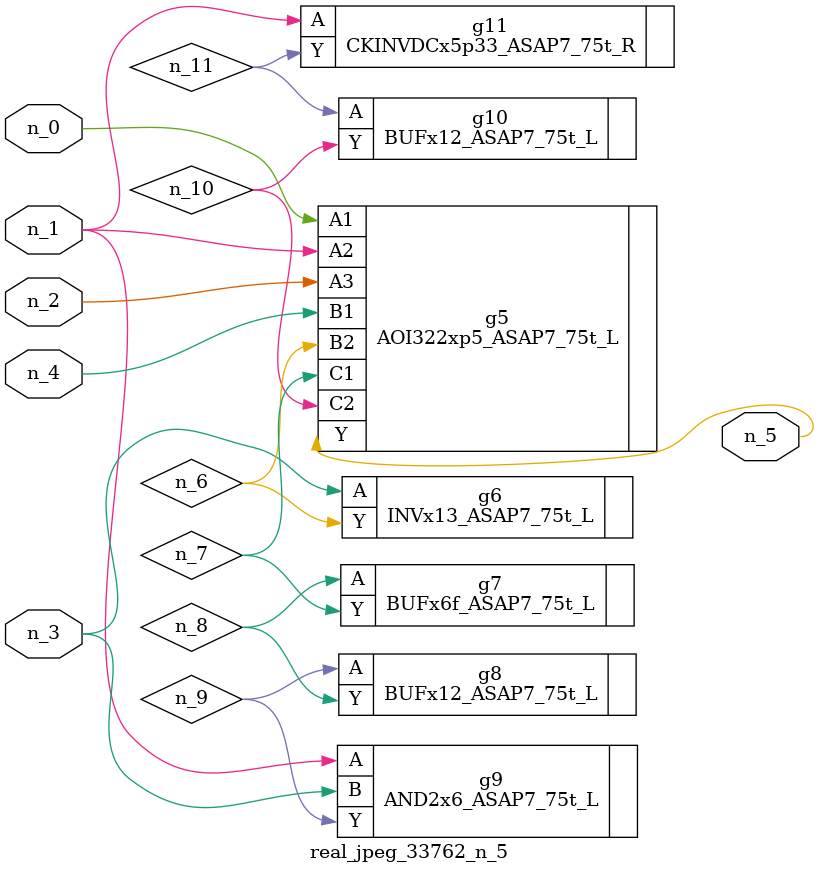
<source format=v>
module real_jpeg_33762_n_5 (n_4, n_0, n_1, n_2, n_3, n_5);

input n_4;
input n_0;
input n_1;
input n_2;
input n_3;

output n_5;

wire n_8;
wire n_11;
wire n_6;
wire n_7;
wire n_10;
wire n_9;

AOI322xp5_ASAP7_75t_L g5 ( 
.A1(n_0),
.A2(n_1),
.A3(n_2),
.B1(n_4),
.B2(n_6),
.C1(n_7),
.C2(n_10),
.Y(n_5)
);

AND2x6_ASAP7_75t_L g9 ( 
.A(n_1),
.B(n_3),
.Y(n_9)
);

CKINVDCx5p33_ASAP7_75t_R g11 ( 
.A(n_1),
.Y(n_11)
);

INVx13_ASAP7_75t_L g6 ( 
.A(n_3),
.Y(n_6)
);

BUFx6f_ASAP7_75t_L g7 ( 
.A(n_8),
.Y(n_7)
);

BUFx12_ASAP7_75t_L g8 ( 
.A(n_9),
.Y(n_8)
);

BUFx12_ASAP7_75t_L g10 ( 
.A(n_11),
.Y(n_10)
);


endmodule
</source>
